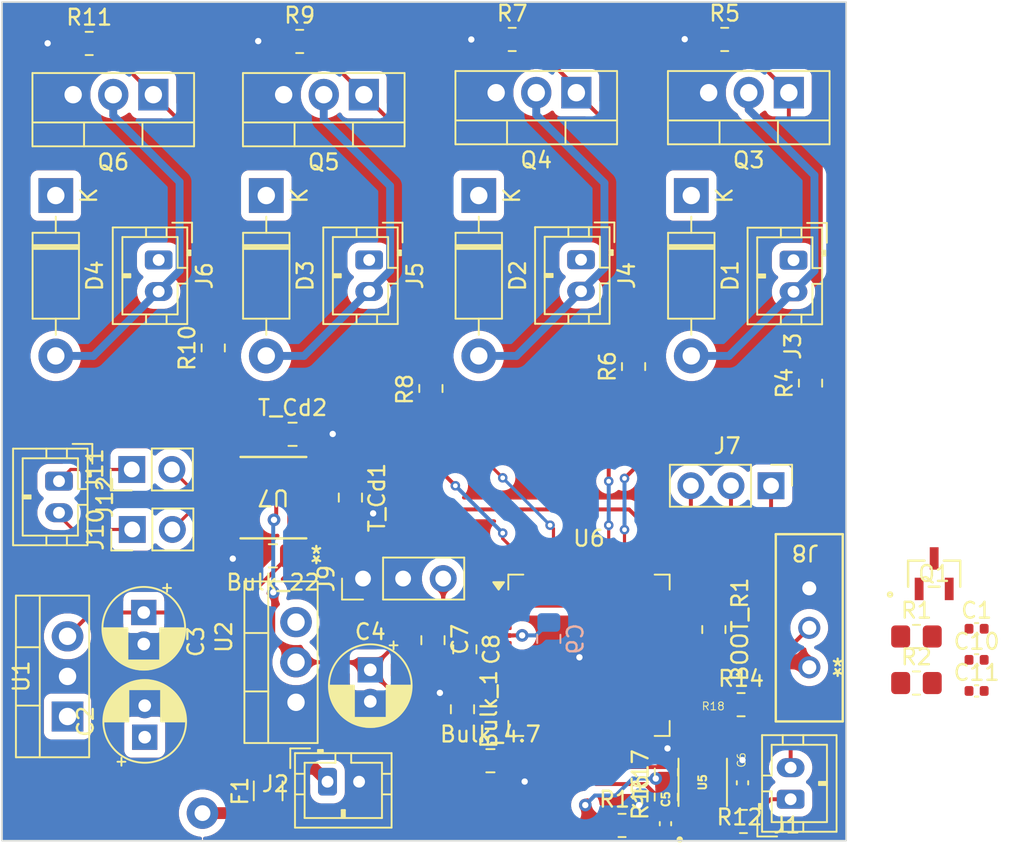
<source format=kicad_pcb>
(kicad_pcb (version 20241229) (generator "pcbnew") (generator_version "9.0")
  (layers (0 "F.Cu" signal) (4 "In1.Cu" signal) (6 "In2.Cu" signal) (2 "B.Cu" signal) (13 "F.Paste" user) (15 "B.Paste" user) (5 "F.SilkS" user "F.Silkscreen") (7 "B.SilkS" user "B.Silkscreen") (1 "F.Mask" user) (3 "B.Mask" user) (25 "Edge.Cuts" user))
  (net 0 "")
  (net 1 "GND")
  (net 2 "SLN1-")
  (net 3 "SLN2-")
  (net 4 "SLN3-")
  (net 5 "SLN4-")
  (net 6 "Net-(J8-Pin_2)")
  (net 7 "SDA")
  (net 8 "SCL")
  (net 9 "Net-(Q3-G)")
  (net 10 "Net-(Q4-G)")
  (net 11 "Net-(Q5-G)")
  (net 12 "Net-(Q6-G)")
  (net 13 "12V")
  (net 14 "S1CTRL")
  (net 15 "S2CTRL")
  (net 16 "S3CTRL")
  (net 17 "S4CTRL")
  (net 26 "SCL_ext")
  (net 27 "SDA_ext")
  (net 28 "Net-(U5-EN)")
  (net 29 "Net-(U5-READY)")
  (net 30 "/SWCLK")
  (net 31 "VBAT")
  (net 32 "+12V_fuse")
  (net 33 "/SWDIO")
  (net 34 "/NRST")
  (net 53 "FDCAN_TX")
  (net 62 "USART1+")
  (net 64 "FDCAN_RX")
  (net 77 "USART1-")
  (net 78 "5V")
  (net 79 "CAN+")
  (net 80 "CAN-")
  (net 81 "3.3V")
  (net 82 "Net-(Q1-S)")
  (net 83 "Net-(Q1-G)")
  (footprint "Resistor_SMD:R_0805_2012Metric_Pad1.20x1.40mm_HandSolder" (layer "F.Cu") (at 82.783 43.06)
    (property "Reference" "R11")
    (property "Value" "10k")
  )
  (footprint "Connector_PinHeader_2.54mm:PinHeader_1x02_P2.54mm_Vertical" (layer "F.Cu") (at 85.48 70.05 90)
    (property "Reference" "J11")
    (property "Value" "Conn_01x02")
  )
  (footprint "Connector_PinHeader_2.54mm:PinHeader_1x02_P2.54mm_Vertical" (layer "F.Cu") (at 85.51 73.85 90)
    (property "Reference" "J10")
    (property "Value" "Conn_01x02")
  )
  (footprint "Connector_JST:JST_PH_B2B-PH-K_1x02_P2.00mm_Vertical" (layer "F.Cu") (at 97.88 89.83)
    (property "Reference" "J2")
    (property "Value" "2X1")
  )
  (footprint "Package_TO_SOT_THT:TO-220-3_Vertical" (layer "F.Cu") (at 113.644 46.179 180)
    (property "Reference" "Q4")
    (property "Value" "FQP30N06L")
  )
  (footprint "Resistor_SMD:R_0805_2012Metric_Pad1.20x1.40mm_HandSolder" (layer "F.Cu") (at 90.64 62.35 90)
    (property "Reference" "R10")
    (property "Value" "330")
  )
  (footprint "Package_TO_SOT_THT:TO-220-3_Vertical" (layer "F.Cu") (at 81.41 85.7 90)
    (property "Reference" "U1")
    (property "Value" "L7805")
  )
  (footprint "Package_TO_SOT_THT:TO-220-3_Vertical" (layer "F.Cu") (at 86.847 46.306 180)
    (property "Reference" "Q6")
    (property "Value" "FQP30N06L")
  )
  (footprint "Connector_JST:JST_PH_B2B-PH-K_1x02_P2.00mm_Vertical" (layer "F.Cu") (at 113.94 56.76 -90)
    (property "Reference" "J4")
    (property "Value" "2X1")
  )
  (footprint "Package_QFP:LQFP-64_10x10mm_P0.5mm" (layer "F.Cu") (at 114.445 81.82)
    (property "Reference" "U6")
    (property "Value" "STM32G0B1RETx")
  )
  (footprint "Capacitor_SMD:C_0402_1005Metric" (layer "F.Cu") (at 139 84.08)
    (property "Reference" "C11")
    (property "Value" "4.7u")
  )
  (footprint "Diode_THT:D_DO-41_SOD81_P10.16mm_Horizontal" (layer "F.Cu") (at 94.001 52.696 -90)
    (property "Reference" "D3")
    (property "Value" "1N47xxA")
  )
  (footprint "Resistor_SMD:R_0805_2012Metric_Pad1.20x1.40mm_HandSolder" (layer "F.Cu") (at 119.34 90.805 90)
    (property "Reference" "R16")
    (property "Value" "10k")
  )
  (footprint "NTR0202PLT1G:SOT-23_ONS" (layer "F.Cu") (at 136.3122 76.6516)
    (property "Reference" "Q1")
    (property "Value" "NTR0202PLT1G")
  )
  (footprint "Package_TO_SOT_THT:TO-220-3_Vertical" (layer "F.Cu") (at 100.182 46.306 180)
    (property "Reference" "Q5")
    (property "Value" "FQP30N06L")
  )
  (footprint "Capacitor_SMD:C_0805_2012Metric_Pad1.18x1.45mm_HandSolder" (layer "F.Cu") (at 94.4213 75.52 180)
    (property "Reference" "Bulk_22")
    (property "Value" "22uF")
  )
  (footprint "Capacitor_SMD:C_0805_2012Metric_Pad1.18x1.45mm_HandSolder" (layer "F.Cu") (at 106.43 85.24 -90)
    (property "Reference" "Bulk_1")
    (property "Value" "1uF")
  )
  (footprint "Connector_JST:JST_PH_B2B-PH-K_1x02_P2.00mm_Vertical" (layer "F.Cu") (at 80.87 70.79 -90)
    (property "Reference" "J12")
    (property "Value" "2X1")
  )
  (footprint "Resistor_SMD:R_0805_2012Metric_Pad1.20x1.40mm_HandSolder" (layer "F.Cu") (at 116.54 92.6)
    (property "Reference" "R15")
    (property "Value" "10k")
  )
  (footprint "Capacitor_THT:CP_Radial_D5.0mm_P2.00mm" (layer "F.Cu") (at 100.59 82.744888 -90)
    (property "Reference" "C4")
    (property "Value" "10u")
  )
  (footprint "Connector_JST:JST_PH_B2B-PH-K_1x02_P2.00mm_Vertical" (layer "F.Cu") (at 100.52 56.776 -90)
    (property "Reference" "J5")
    (property "Value" "2X1")
  )
  (footprint "Resistor_SMD:R_0805_2012Metric_Pad1.20x1.40mm_HandSolder" (layer "F.Cu") (at 124.23 92.35 180)
    (property "Reference" "R12")
    (property "Value" "10k")
  )
  (footprint "Capacitor_SMD:C_0402_1005Metric" (layer "F.Cu") (at 139 82.11)
    (property "Reference" "C10")
    (property "Value" "4.7u")
  )
  (footprint "Diode_THT:D_DO-41_SOD81_P10.16mm_Horizontal" (layer "F.Cu") (at 107.463 52.696 -90)
    (property "Reference" "D2")
    (property "Value" "1N47xxA")
  )
  (footprint "custom_components:SOIC8_4P9X3P9MC_MCH" (layer "F.Cu") (at 94.4538 71.835 180)
    (property "Reference" "U7")
    (property "Value" "ATA6561-GAQW-N")
  )
  (footprint "custom_components:slide_switch_EGER1218_Thruster" (layer "F.Cu") (at 128.4 82.58 180)
    (property "Reference" "J8")
    (property "Value" "Conn_01x03")
  )
  (footprint "Resistor_SMD:R_0805_2012Metric_Pad1.20x1.40mm_HandSolder" (layer "F.Cu") (at 135.19 83.58)
    (property "Reference" "R2")
    (property "Value" "100")
  )
  (footprint "Resistor_SMD:R_0805_2012Metric_Pad1.20x1.40mm_HandSolder" (layer "F.Cu") (at 128.48 64.58 90)
    (property "Reference" "R4")
    (property "Value" "330")
  )
  (footprint "Connector_PinHeader_2.54mm:PinHeader_1x03_P2.54mm_Vertical" (layer "F.Cu") (at 125.98 71.08 -90)
    (property "Reference" "J7")
    (property "Value" "Conn_01x03_Pin")
  )
  (footprint "Resistor_SMD:R_0805_2012Metric_Pad1.20x1.40mm_HandSolder" (layer "F.Cu") (at 104.43 64.92 90)
    (property "Reference" "R8")
    (property "Value" "330")
  )
  (footprint "Connector_JST:JST_PH_B2B-PH-K_1x02_P2.00mm_Vertical" (layer "F.Cu") (at 127.402 56.792 -90)
    (property "Reference" "J3")
    (property "Value" "2X1")
  )
  (footprint "Connector_PinHeader_2.54mm:PinHeader_1x03_P2.54mm_Vertical" (layer "F.Cu") (at 100.13 76.96 90)
    (property "Reference" "J9")
    (property "Value" "Conn_01x03_Pin")
  )
  (footprint "Connector_JST:JST_PH_B2B-PH-K_1x02_P2.00mm_Vertical" (layer "F.Cu") (at 87.185 56.776 -90)
    (property "Reference" "J6")
    (property "Value" "2X1")
  )
  (footprint "Resistor_SMD:R_0805_2012Metric_Pad1.20x1.40mm_HandSolder" (layer "F.Cu") (at 119.35 89.225 90)
    (property "Reference" "R17")
    (property "Value" "10k")
  )
  (footprint "Package_TO_SOT_THT:TO-220-3_Vertical" (layer "F.Cu") (at 127.106 46.179 180)
    (property "Reference" "Q3")
    (property "Value" "FQP30N06L")
  )
  (footprint "Resistor_SMD:R_0805_2012Metric_Pad1.20x1.40mm_HandSolder" (layer "F.Cu") (at 123.042 42.806)
    (property "Reference" "R5")
    (property "Value" "10k")
  )
  (footprint "Diode_THT:D_DO-41_SOD81_P10.16mm_Horizontal" (layer "F.Cu") (at 80.666 52.696 -90)
    (property "Reference" "D4")
    (property "Value" "1N47xxA")
  )
  (footprint "Fuse:Fuse_1206_3216Metric" (layer "F.Cu") (at 94.12 90.41 -90)
    (property "Reference" "F1")
    (property "Value" "10A")
  )
  (footprint "Resistor_SMD:R_0805_2012Metric_Pad1.20x1.40mm_HandSolder" (layer "F.Cu") (at 135.19 80.63)
    (property "Reference" "R1")
    (property "Value" "47k")
  )
  (footprint "Resistor_SMD:R_0805_2012Metric_Pad1.20x1.40mm_HandSolder" (layer "F.Cu") (at 122.355 80.19 -90)
    (property "Reference" "BOOT_R1")
    (property "Value" "10k")
  )
  (footprint "Capacitor_SMD:C_0805_2012Metric_Pad1.18x1.45mm_HandSolder" (layer "F.Cu") (at 104.56 80.865 -90)
    (property "Reference" "C7")
    (property "Value" "100nF")
  )
  (footprint "Capacitor_SMD:C_0805_2012Metric_Pad1.18x1.45mm_HandSolder" (layer "F.Cu") (at 106.58 81.4425 -90)
    (property "Reference" "C8")
    (property "Value" "100nF")
  )
  (footprint "Capacitor_SMD:C_0805_2012Metric_Pad1.18x1.45mm_HandSolder" (layer "F.Cu") (at 95.6675 67.82)
    (property "Reference" "T_Cd2")
    (property "Value" "100nF")
  )
  (footprint "Capacitor_SMD:C_0201_0603Metric" (layer "F.Cu") (at 122.315 86.1)
    (property "Reference" "R18")
    (property "Value" "10k")
  )
  (footprint "TCA4307:SOP65P490X110-8N" (layer "F.Cu") (at 121.65 89.87 90)
    (property "Reference" "U5")
    (property "Value" "TCA4307")
  )
  (footprint "Capacitor_THT:CP_Radial_D5.0mm_P2.00mm" (layer "F.Cu") (at 86.3 87.01 90)
    (property "Reference" "C2")
    (property "Value" "10u")
  )
  (footprint "Capacitor_SMD:C_0805_2012Metric_Pad1.18x1.45mm_HandSolder" (layer "F.Cu") (at 99.33 71.83 -90)
    (property "Reference" "T_Cd1")
    (property "Value" "100nF")
  )
  (footprint "Resistor_SMD:R_0805_2012Metric_Pad1.20x1.40mm_HandSolder" (layer "F.Cu") (at 96.118 42.933)
    (property "Reference" "R9")
    (property "Value" "10k")
  )
  (footprint "Capacitor_THT:CP_Radial_D5.0mm_P2.00mm" (layer "F.Cu") (at 86.24 79.11 -90)
    (property "Reference" "C3")
    (property "Value" "10u")
  )
  (footprint "Package_TO_SOT_THT:TO-220-3_Vertical" (layer "F.Cu") (at 95.885 84.8 90)
    (property "Reference" "U2")
    (property "Value" "LD1117V33")
  )
  (footprint "Capacitor_SMD:C_0402_1005Metric" (layer "F.Cu") (at 124.17 89.9 -90)
    (property "Reference" "C6")
    (property "Value" "0.1u")
  )
  (footprint "Connector_JST:JST_PH_B2B-PH-K_1x02_P2.00mm_Vertical" (layer "F.Cu") (at 127.22 90.94 90)
    (property "Reference" "J1")
    (property "Value" "2X1")
  )
  (footprint "Capacitor_SMD:C_0402_1005Metric" (layer "F.Cu") (at 119.29 92.49 -90)
    (property "Reference" "C5")
    (property "Value" "0.1u")
  )
  (footprint "Diode_THT:D_DO-41_SOD81_P10.16mm_Horizontal" (layer "F.Cu") (at 120.925 52.696 -90)
    (property "Reference" "D1")
    (property "Value" "1N47xxA")
  )
  (footprint "Resistor_SMD:R_0805_2012Metric_Pad1.20x1.40mm_HandSolder" (layer "F.Cu") (at 124.08 84.95)
    (property "Reference" "R14")
    (property "Value" "10k")
  )
  (footprint "Resistor_SMD:R_0805_2012Metric_Pad1.20x1.40mm_HandSolder" (layer "F.Cu") (at 109.58 42.806)
    (property "Reference" "R7")
    (property "Value" "10k")
  )
  (footprint "Capacitor_SMD:C_0402_1005Metric" (layer "F.Cu") (at 139 80.14)
    (property "Reference" "C1")
    (property "Value" "4.7u")
  )
  (footprint "Capacitor_SMD:C_0805_2012Metric_Pad1.18x1.45mm_HandSolder" (layer "F.Cu") (at 108.2 88.5)
    (property "Reference" "Bulk_4.7")
    (property "Value" "4.7uF")
  )
  (footprint "Resistor_SMD:R_0805_2012Metric_Pad1.20x1.40mm_HandSolder" (layer "F.Cu") (at 117.27 63.53 90)
    (property "Reference" "R6")
    (property "Value" "330")
  )
  (footprint "Capacitor_SMD:C_0805_2012Metric_Pad1.18x1.45mm_HandSolder" (layer "B.Cu") (at 111.9 80.78 90)
    (property "Reference" "C9")
    (property "Value" "100nF")
  )
  (gr_rect (start 77.263113 40.439887) (end 130.730113 93.564887) (stroke (width 0.1)) (fill no) (layer "Edge.Cuts"))
  (segment (start 105 84.2025) (end 106.43 84.2025) (width 0.25) (layer "F.Cu") (net 1))
  (segment (start 92.06 75.52) (end 91.88 75.7) (width 0.25) (layer "F.Cu") (net 1))
  (segment (start 95.118 42.933) (end 95.102 42.949) (width 0.25) (layer "F.Cu") (net 1))
  (segment (start 106.43 84.2025) (end 106.43 82.0675) (width 0.25) (layer "F.Cu") (net 1))
  (segment (start 118.59 91.31) (end 117.62 91.31) (width 0.25) (layer "F.Cu") (net 1))
  (segment (start 108.58 42.806) (end 108.564 42.822) (width 0.25) (layer "F.Cu") (net 1))
  (segment (start 119.42 87.72) (end 120.675 87.72) (width 0.25) (layer "F.Cu") (net 1))
  (segment (start 93.513 42.933) (end 93.49 42.91) (width 0.25) (layer "F.Cu") (net 1))
  (segment (start 106.665 83.7325) (end 106.0425 83.7325) (width 0.25) (layer "F.Cu") (net 1))
  (segment (start 98.9325 72.47) (end 99.33 72.8675) (width 0.25) (layer "F.Cu") (net 1))
  (segment (start 91.99 74.1262) (end 93.3838 75.52) (width 0.25) (layer "F.Cu") (net 1))
  (segment (start 122.026 42.822) (end 122.026 46.179) (width 0.25) (layer "F.Cu") (net 1))
  (segment (start 106.595 81.9025) (end 106.63 81.8675) (width 0.25) (layer "F.Cu") (net 1))
  (segment (start 98.19 67.82) (end 98.21 67.8) (width 0.25) (layer "F.Cu") (net 1))
  (segment (start 80.16 43.06) (end 80.15 43.05) (width 0.25) (layer "F.Cu") (net 1))
  (segment (start 108.58 42.806) (end 106.994 42.806) (width 0.25) (layer "F.Cu") (net 1))
  (segment (start 106.58 82.48) (end 105.1375 82.48) (width 0.2) (layer "F.Cu") (net 1))
  (segment (start 122.042 42.806) (end 122.026 42.822) (width 0.25) (layer "F.Cu") (net 1))
  (segment (start 93.3838 75.52) (end 92.06 75.52) (width 0.25) (layer "F.Cu") (net 1))
  (segment (start 99.33 72.8675) (end 100.7325 72.8675) (width 0.25) (layer "F.Cu") (net 1))
  (segment (start 124.17 88.46) (end 124.17 89.42) (width 0.25) (layer "F.Cu") (net 1))
  (segment (start 122.042 42.806) (end 120.526 42.806) (width 0.25) (layer "F.Cu") (net 1))
  (segment (start 110.37 89.82) (end 109.2375 88.6875) (width 0.25) (layer "F.Cu") (net 1))
  (segment (start 106.43 82.0675) (end 106.63 81.8675) (width 0.25) (layer "F.Cu") (net 1))
  (segment (start 106.994 42.806) (end 106.99 42.81) (width 0.25) (layer "F.Cu") (net 1))
  (segment (start 96.9176 72.47) (end 98.9325 72.47) (width 0.25) (layer "F.Cu") (net 1))
  (segment (start 96.705 67.82) (end 98.19 67.82) (width 0.25) (layer "F.Cu") (net 1))
  (segment (start 105.1375 82.48) (end 104.56 81.9025) (width 0.2) (layer "F.Cu") (net 1))
  (segment (start 119.29 92.01) (end 118.59 91.31) (width 0.25) (layer "F.Cu") (net 1))
  (segment (start 91.99 73.74) (end 91.99 74.1262) (width 0.25) (layer "F.Cu") (net 1))
  (segment (start 95.118 42.933) (end 93.513 42.933) (width 0.25) (layer "F.Cu") (net 1))
  (segment (start 106.99 82.07) (end 106.58 82.48) (width 0.2) (layer "F.Cu") (net 1))
  (segment (start 81.783 43.06) (end 80.16 43.06) (width 0.25) (layer "F.Cu") (net 1))
  (segment (start 95.102 42.949) (end 95.102 46.306) (width 0.25) (layer "F.Cu") (net 1))
  (segment (start 108.77 82.07) (end 106.99 82.07) (width 0.2) (layer "F.Cu") (net 1))
  (segment (start 109.2375 88.6875) (end 109.2375 88.5) (width 0.25) (layer "F.Cu") (net 1))
  (segment (start 120.526 42.806) (end 120.51 42.79) (width 0.25) (layer "F.Cu") (net 1))
  (segment (start 100.7325 72.8675) (end 100.77 72.83) (width 0.25) (layer "F.Cu") (net 1))
  (segment (start 81.767 43.076) (end 81.767 46.306) (width 0.25) (layer "F.Cu") (net 1))
  (segment (start 106.63 81.8675) (end 106.8325 82.07) (width 0.25) (layer "F.Cu") (net 1))
  (segment (start 108.564 42.822) (end 108.564 46.179) (width 0.25) (layer "F.Cu") (net 1))
  (segment (start 81.783 43.06) (end 81.767 43.076) (width 0.25) (layer "F.Cu") (net 1))
  (via (at 100.77 72.83) (size 0.8) (drill 0.4) (layers "F.Cu" "B.Cu") (net 1))
  (via (at 117.62 91.31) (size 0.8) (drill 0.4) (layers "F.Cu" "B.Cu") (net 1))
  (via (at 105 84.2025) (size 0.8) (drill 0.4) (layers "F.Cu" "B.Cu") (net 1))
  (via (at 106.99 42.81) (size 0.8) (drill 0.4) (layers "F.Cu" "B.Cu") (net 1))
  (via (at 124.17 88.46) (size 0.8) (drill 0.4) (layers "F.Cu" "B.Cu") (net 1))
  (via (at 91.88 75.7) (size 0.8) (drill 0.4) (layers "F.Cu" "B.Cu") (net 1))
  (via (at 98.21 67.8) (size 0.8) (drill 0.4) (layers "F.Cu" "B.Cu") (net 1))
  (via (at 93.49 42.91) (size 0.8) (drill 0.4) (layers "F.Cu" "B.Cu") (net 1))
  (via (at 120.51 42.79) (size 0.8) (drill 0.4) (layers "F.Cu" "B.Cu") (net 1))
  (via (at 113.84 81.95) (size 0.8) (drill 0.4) (layers "F.Cu" "B.Cu") (net 1))
  (via (at 119.42 87.72) (size 0.8) (drill 0.4) (layers "F.Cu" "B.Cu") (net 1))
  (via (at 80.15 43.05) (size 0.8) (drill 0.4) (layers "F.Cu" "B.Cu") (net 1))
  (via (at 110.37 89.82) (size 0.8) (drill 0.4) (layers "F.Cu" "B.Cu") (net 1))
  (segment (start 95.932113 84.000887) (end 95.805113 83.873887) (width 0.25) (layer "B.Cu") (net 1))
  (segment (start 95.805113 83.873887) (end 95.805113 83.873887) (width 0.25) (layer "B.Cu") (net 1))
  (segment (start 113.84 81.95) (end 112.0325 81.95) (width 0.25) (layer "B.Cu") (net 1))
  (segment (start 112.0325 81.95) (end 111.9 81.8175) (width 0.25) (layer "B.Cu") (net 1))
  (segment (start 127.402 58.792) (end 127.376 58.792) (width 0.5) (layer "F.Cu") (net 2))
  (segment (start 124.566 46.179) (end 124.566 47.251) (width 0.5) (layer "F.Cu") (net 2))
  (segment (start 128.727 51.412) (end 128.727 57.467) (width 0.5) (layer "B.Cu") (net 2))
  (segment (start 124.566 47.251) (end 128.727 51.412) (width 0.5) (layer "B.Cu") (net 2))
  (segment (start 127.376 58.792) (end 123.312 62.856) (width 0.5) (layer "B.Cu") (net 2))
  (segment (start 128.727 57.467) (end 127.402 58.792) (width 0.5) (layer "B.Cu") (net 2))
  (segment (start 123.312 62.856) (end 120.925 62.856) (width 0.5) (layer "B.Cu") (net 2))
  (segment (start 113.94 58.76) (end 113.94 58.766) (width 0.5) (layer "F.Cu") (net 3))
  (segment (start 111.104 47.584) (end 115.422 51.902) (width 0.5) (layer "B.Cu") (net 3))
  (segment (start 109.85 62.856) (end 107.463 62.856) (width 0.5) (layer "B.Cu") (net 3))
  (segment (start 115.422 51.902) (end 115.422 57.278) (width 0.5) (layer "B.Cu") (net 3))
  (segment (start 113.94 58.766) (end 109.85 62.856) (width 0.5) (layer "B.Cu") (net 3))
  (segment (start 114.373113 58.600887) (end 114.389113 58.584887) (width 0.5) (layer "B.Cu") (net 3))
  (segment (start 115.422 57.278) (end 113.94 58.76) (width 0.5) (layer "B.Cu") (net 3))
  (segment (start 114.389113 58.584887) (end 114.421113 58.616887) (width 0.5) (layer "B.Cu") (net 3))
  (segment (start 111.104 46.179) (end 111.104 47.584) (width 0.5) (layer "B.Cu") (net 3))
  (segment (start 100.52 58.776) (end 100.468 58.776) (width 0.5) (layer "F.Cu") (net 4))
  (segment (start 97.642 46.306) (end 97.642 47.886) (width 0.5) (layer "B.Cu") (net 4))
  (segment (start 97.642 47.886) (end 101.845 52.089) (width 0.5) (layer "B.Cu") (net 4))
  (segment (start 96.388 62.856) (end 94.001 62.856) (width 0.5) (layer "B.Cu") (net 4))
  (segment (start 100.468 58.776) (end 96.388 62.856) (width 0.5) (layer "B.Cu") (net 4))
  (segment (start 101.845 57.451) (end 100.52 58.776) (width 0.5) (layer "B.Cu") (net 4))
  (segment (start 101.845 52.089) (end 101.845 57.451) (width 0.5) (layer "B.Cu") (net 4))
  (segment (start 87.185 58.776) (end 87.133 58.776) (width 0.5) (layer "F.Cu") (net 5))
  (segment (start 87.133 58.776) (end 83.053 62.856) (width 0.5) (layer "B.Cu") (net 5))
  (segment (start 88.51 57.451) (end 87.185 58.776) (width 0.5) (layer "B.Cu") (net 5))
  (segment (start 84.307 46.306) (end 84.307 47.632) (width 0.5) (layer "B.Cu") (net 5))
  (segment (start 83.053 62.856) (end 80.666 62.856) (width 0.5) (layer "B.Cu") (net 5))
  (segment (start 84.307 47.632) (end 88.51 51.835) (width 0.5) (layer "B.Cu") (net 5))
  (segment (start 88.51 51.835) (end 88.51 57.451) (width 0.5) (layer "B.Cu") (net 5))
  (segment (start 128.4 80.08) (end 127.29 81.19) (width 0.25) (layer "F.Cu") (net 6))
  (segment (start 127.29 81.19) (end 122.355 81.19) (width 0.25) (layer "F.Cu") (net 6))
  (segment (start 120.94764 90.87) (end 119.790226 90.87) (width 0.25) (layer "F.Cu") (net 7))
  (segment (start 117.999774 89.98) (end 114.90219 89.98) (width 0.25) (layer "F.Cu") (net 7))
  (segment (start 121.325 92.02) (end 121.325 91.24736) (width 0.25) (layer "F.Cu") (net 7))
  (segment (start 113.695 88.77281) (end 113.695 87.495) (width 0.25) (layer "F.Cu") (net 7))
  (segment (start 121.325 91.24736) (end 120.94764 90.87) (width 0.25) (layer "F.Cu") (net 7))
  (segment (start 119.535226 91.125) (end 119.34 91.125) (width 0.25) (layer "F.Cu") (net 7))
  (segment (start 119.34 91.125) (end 119.144774 91.125) (width 0.25) (layer "F.Cu") (net 7))
  (segment (start 119.790226 90.87) (end 119.535226 91.125) (width 0.25) (layer "F.Cu") (net 7))
  (segment (start 119.144774 91.125) (end 117.999774 89.98) (width 0.25) (layer "F.Cu") (net 7))
  (segment (start 114.90219 89.98) (end 113.695 88.77281) (width 0.25) (layer "F.Cu") (net 7))
  (segment (start 121.325 87.72) (end 121.325 88.49264) (width 0.25) (layer "F.Cu") (net 8))
  (segment (start 114.195 88.47) (end 114.195 87.495) (width 0.25) (layer "F.Cu") (net 8))
  (segment (start 120.91264 88.905) (end 119.35 88.905) (width 0.25) (layer "F.Cu") (net 8))
  (segment (start 119.35 88.905) (end 114.63 88.905) (width 0.25) (layer "F.Cu") (net 8))
  (segment (start 114.63 88.905) (end 114.195 88.47) (width 0.25) (layer "F.Cu") (net 8))
  (segment (start 121.325 88.49264) (end 120.91264 88.905) (width 0.25) (layer "F.Cu") (net 8))
  (segment (start 127.106 47.806) (end 127.106 46.179) (width 0.25) (layer "F.Cu") (net 9))
  (segment (start 128.48 63.58) (end 129.88 62.18) (width 0.2) (layer "F.Cu") (net 9))
  (segment (start 129.88 50.58) (end 127.106 47.806) (width 0.25) (layer "F.Cu") (net 9))
  (segment (start 124.042 43.115) (end 127.106 46.179) (width 0.25) (layer "F.Cu") (net 9))
  (segment (start 129.88 62.18) (end 129.88 62.08) (width 0.2) (layer "F.Cu") (net 9))
  (segment (start 129.88 50.58) (end 129.88 62.08) (width 0.25) (layer "F.Cu") (net 9))
  (segment (start 124.042 42.806) (end 124.042 43.115) (width 0.25) (layer "F.Cu") (net 9))
  (segment (start 117.27 49.805) (end 117.27 62.53) (width 0.25) (layer "F.Cu") (net 10))
  (segment (start 110.58 42.806) (end 113.644 45.87) (width 0.25) (layer "F.Cu") (net 10))
  (segment (start 113.644 46.179) (end 117.27 49.805) (width 0.25) (layer "F.Cu") (net 10))
  (segment (start 113.644 45.87) (end 113.644 46.179) (width 0.25) (layer "F.Cu") (net 10))
  (segment (start 104.43 50.554) (end 100.182 46.306) (width 0.25) (layer "F.Cu") (net 11))
  (segment (start 97.118 42.933) (end 97.118 43.242) (width 0.25) (layer "F.Cu") (net 11))
  (segment (start 97.118 43.242) (end 100.182 46.306) (width 0.25) (layer "F.Cu") (net 11))
  (segment (start 104.43 63.92) (end 104.43 50.554) (width 0.25) (layer "F.Cu") (net 11))
  (segment (start 90.64 50.099) (end 86.847 46.306) (width 0.25) (layer "F.Cu") (net 12))
  (segment (start 90.64 61.35) (end 90.64 50.099) (width 0.25) (layer "F.Cu") (net 12))
  (segment (start 83.783 43.242) (end 86.847 46.306) (width 0.25) (layer "F.Cu") (net 12))
  (segment (start 83.783 43.06) (end 83.783 43.242) (width 0.25) (layer "F.Cu") (net 12))
  (segment (start 121.56 65.75) (end 125.99 65.81) (width 0.25) (layer "F.Cu") (net 14))
  (segment (start 126.22 65.58) (end 125.99 65.81) (width 0.2) (layer "F.Cu") (net 14))
  (segment (start 116.695 76.145) (end 116.695 73.865) (width 0.2) (layer "F.Cu") (net 14))
  (segment (start 116.695 70.615) (end 121.56 65.75) (width 0.25) (layer "F.Cu") (net 14))
  (segment (start 128.48 65.58) (end 126.22 65.58) (width 0.2) (layer "F.Cu") (net 14))
  (via (at 116.695 73.865) (size 0.6) (drill 0.3) (layers "F.Cu" "B.Cu") (net 14))
  (via (at 116.695 70.615) (size 0.6) (drill 0.3) (layers "F.Cu" "B.Cu") (net 14))
  (segment (start 116.695 70.615) (end 116.695 73.865) (width 0.25) (layer "B.Cu") (net 14))
  (segment (start 115.695 66.105) (end 115.695 70.795) (width 0.25) (layer "F.Cu") (net 15))
  (segment (start 115.695 66.105) (end 117.27 64.53) (width 0.25) (layer "F.Cu") (net 15))
  (segment (start 115.695 76.145) (end 115.695 73.58) (width 0.2) (layer "F.Cu") (net 15))
  (via (at 115.695 70.795) (size 0.6) (drill 0.3) (layers "F.Cu" "B.Cu") (net 15))
  (via (at 115.695 73.58) (size 0.6) (drill 0.3) (layers "F.Cu" "B.Cu") (net 15))
  (segment (start 115.695 73.58) (end 115.695 73.795) (width 0.25) (layer "B.Cu") (net 15))
  (segment (start 115.695 70.795) (end 115.695 73.58) (width 0.25) (layer "B.Cu") (net 15))
  (segment (start 112.195 73.795) (end 111.98 73.58) (width 0.2) (layer "F.Cu") (net 16))
  (segment (start 104.43 65.92) (end 104.43 66.03) (width 0.2) (layer "F.Cu") (net 16))
  (segment (start 104.43 66.03) (end 108.98 70.58) (width 0.2) (layer "F.Cu") (net 16))
  (segment (start 112.195 76.145) (end 112.195 73.795) (width 0.2) (layer "F.Cu") (net 16))
  (via (at 108.98 70.58) (size 0.6) (drill 0.3) (layers "F.Cu" "B.Cu") (net 16))
  (via (at 111.98 73.58) (size 0.6) (drill 0.3) (layers "F.Cu" "B.Cu") (net 16))
  (segment (start 111.48 73.08) (end 111.98 73.58) (width 0.2) (layer "B.Cu") (net 16))
  (segment (start 108.98 70.58) (end 111.48 73.08) (width 0.2) (layer "B.Cu") (net 16))
  (segment (start 108.98 74.43) (end 108.98 74.08) (width 0.2) (layer "F.Cu") (net 17))
  (segment (start 92.83 65.41) (end 100 65.41) (width 0.25) (layer "F.Cu") (net 17))
  (segment (start 100.31 65.41) (end 105.98 71.08) (width 0.25) (layer "F.Cu") (net 17))
  (segment (start 90.64 63.35) (end 92.7 65.41) (width 0.25) (layer "F.Cu") (net 17))
  (segment (start 110.719 76.129) (end 110.719 76.28) (width 0.25) (layer "F.Cu") (net 17))
  (segment (start 110.695 76.145) (end 108.98 74.43) (width 0.2) (layer "F.Cu") (net 17))
  (segment (start 92.7 65.41) (end 92.83 65.41) (width 0.25) (layer "F.Cu") (net 17))
  (segment (start 100 65.41) (end 100.31 65.41) (width 0.25) (layer "F.Cu") (net 17))
  (via (at 108.98 74.08) (size 0.6) (drill 0.3) (layers "F.Cu" "B.Cu") (net 17))
  (via (at 105.98 71.08) (size 0.6) (drill 0.3) (layers "F.Cu" "B.Cu") (net 17))
  (segment (start 105.98 71.08) (end 108.98 74.08) (width 0.25) (layer "B.Cu") (net 17))
  (segment (start 123.191 88.294001) (end 123.191 88.57664) (width 0.25) (layer "F.Cu") (net 26))
  (segment (start 122.96764 88.8) (end 122.28236 88.8) (width 0.25) (layer "F.Cu") (net 26))
  (segment (start 124.4 87.085001) (end 124.4 84.95) (width 0.25) (layer "F.Cu") (net 26))
  (segment (start 127.22 87.77) (end 124.4 84.95) (width 0.25) (layer "F.Cu") (net 26))
  (segment (start 127.22 88.94) (end 127.22 87.77) (width 0.25) (layer "F.Cu") (net 26))
  (segment (start 121.975 88.49264) (end 121.975 87.72) (width 0.25) (layer "F.Cu") (net 26))
  (segment (start 122.28236 88.8) (end 121.975 88.49264) (width 0.25) (layer "F.Cu") (net 26))
  (segment (start 121.975 87.72) (end 121.975 86.94736) (width 0.25) (layer "F.Cu") (net 26))
  (segment (start 123.191 88.294001) (end 124.4 87.085001) (width 0.25) (layer "F.Cu") (net 26))
  (segment (start 123.191 88.57664) (end 122.96764 88.8) (width 0.25) (layer "F.Cu") (net 26))
  (segment (start 124.018999 93.081) (end 122.26336 93.081) (width 0.25) (layer "F.Cu") (net 27))
  (segment (start 124.55 92.549999) (end 124.018999 93.081) (width 0.25) (layer "F.Cu") (net 27))
  (segment (start 127.22 90.94) (end 125.96 90.94) (width 0.25) (layer "F.Cu") (net 27))
  (segment (start 122.26336 93.081) (end 121.975 92.79264) (width 0.25) (layer "F.Cu") (net 27))
  (segment (start 126.95 90.99) (end 127.01 90.93) (width 0.25) (layer "F.Cu") (net 27))
  (segment (start 121.975 92.79264) (end 121.975 92.02) (width 0.25) (layer "F.Cu") (net 27))
  (segment (start 124.55 92.35) (end 124.55 92.549999) (width 0.25) (layer "F.Cu") (net 27))
  (segment (start 125.96 90.94) (end 124.55 92.35) (width 0.25) (layer "F.Cu") (net 27))
  (segment (start 119.29 92.97) (end 119.725 92.97) (width 0.25) (layer "F.Cu") (net 28))
  (segment (start 119.29 92.97) (end 117.91 92.97) (width 0.25) (layer "F.Cu") (net 28))
  (segment (start 119.725 92.97) (end 120.675 92.02) (width 0.25) (layer "F.Cu") (net 28))
  (segment (start 118.01 92.97) (end 117.85 92.81) (width 0.25) (layer "F.Cu") (net 28))
  (segment (start 117.91 92.97) (end 117.54 92.6) (width 0.25) (layer "F.Cu") (net 28))
  (segment (start 122.635 87.71) (end 122.625 87.72) (width 0.25) (layer "F.Cu") (net 29))
  (segment (start 122.635 86.1) (end 122.635 87.71) (width 0.25) (layer "F.Cu") (net 29))
  (segment (start 124.98 73.58) (end 125.98 72.58) (width 0.25) (layer "F.Cu") (net 30))
  (segment (start 122.355 79.19) (end 124.98 76.565) (width 0.25) (layer "F.Cu") (net 30))
  (segment (start 122.235 79.07) (end 120.12 79.07) (width 0.25) (layer "F.Cu") (net 30))
  (segment (start 125.98 72.58) (end 125.98 71.08) (width 0.25) (layer "F.Cu") (net 30))
  (segment (start 124.98 76.565) (end 124.98 73.58) (width 0.25) (layer "F.Cu") (net 30))
  (segment (start 122.355 79.19) (end 122.235 79.07) (width 0.25) (layer "F.Cu") (net 30))
  (segment (start 109.614178 80.57) (end 108.77 80.57) (width 0.25) (layer "F.Cu") (net 31))
  (segment (start 109.624178 80.56) (end 109.614178 80.57) (width 0.25) (layer "F.Cu") (net 31))
  (segment (start 110.21 80.56) (end 109.624178 80.56) (width 0.25) (layer "F.Cu") (net 31))
  (via (at 110.21 80.56) (size 0.8) (drill 0.4) (layers "F.Cu" "B.Cu") (net 31))
  (segment (start 111.0825 80.56) (end 111.9 79.7425) (width 0.25) (layer "B.Cu") (net 31))
  (segment (start 111.925 79.42) (end 111.93 79.415) (width 0.25) (layer "B.Cu") (net 31))
  (segment (start 110.21 80.56) (end 111.0825 80.56) (width 0.25) (layer "B.Cu") (net 31))
  (segment (start 97.06 89.01) (end 94.12 89.01) (width 0.75) (layer "F.Cu") (net 32))
  (segment (start 97.88 89.83) (end 97.06 89.01) (width 0.75) (layer "F.Cu") (net 32))
  (segment (start 123.44 72.95) (end 123.44 71.08) (width 0.25) (layer "F.Cu") (net 33))
  (segment (start 119.275822 79.57) (end 120.12 79.57) (width 0.25) (layer "F.Cu") (net 33))
  (segment (start 119.019 77.371) (end 119.019 79.313178) (width 0.25) (layer "F.Cu") (net 33))
  (segment (start 119.019 79.313178) (end 119.275822 79.57) (width 0.25) (layer "F.Cu") (net 33))
  (segment (start 119.019 77.371) (end 123.44 72.95) (width 0.25) (layer "F.Cu") (net 33))
  (segment (start 118.568 79.432) (end 118.568 77.18419) (width 0.25) (layer "F.Cu") (net 34))
  (segment (start 120.9 74.16) (end 120.9 71.08) (width 0.25) (layer "F.Cu") (net 34))
  (segment (start 118.74 77.01219) (end 118.74 76.32) (width 0.25) (layer "F.Cu") (net 34))
  (segment (start 108.77 83.57) (end 114.43 83.57) (width 0.25) (layer "F.Cu") (net 34))
  (segment (start 118.568 77.18419) (end 118.74 77.01219) (width 0.25) (layer "F.Cu") (net 34))
  (segment (start 118.74 76.32) (end 120.9 74.16) (width 0.25) (layer "F.Cu") (net 34))
  (segment (start 114.43 83.57) (end 118.568 79.432) (width 0.25) (layer "F.Cu") (net 34))
  (segment (start 98.4676 75.29) (end 107.34 75.29) (width 0.25) (layer "F.Cu") (net 53))
  (segment (start 96.9176 73.74) (end 98.4676 75.29) (width 0.25) (layer "F.Cu") (net 53))
  (segment (start 110.73 78.68) (end 116.44 78.68) (width 0.25) (layer "F.Cu") (net 53))
  (segment (start 116.44 78.68) (end 117.195 77.925) (width 0.25) (layer "F.Cu") (net 53))
  (segment (start 107.34 75.29) (end 110.73 78.68) (width 0.25) (layer "F.Cu") (net 53))
  (segment (start 117.195 77.925) (end 117.195 76.145) (width 0.25) (layer "F.Cu") (net 53))
  (segment (start 116.98 72.58) (end 117.695 73.295) (width 0.25) (layer "F.Cu") (net 64))
  (segment (start 97.2576 69.59) (end 102.73 69.59) (width 0.25) (layer "F.Cu") (net 64))
  (segment (start 117.695 73.295) (end 117.695 76.145) (width 0.25) (layer "F.Cu") (net 64))
  (segment (start 105.72 72.58) (end 116.98 72.58) (width 0.25) (layer "F.Cu") (net 64))
  (segment (start 96.9176 69.93) (end 97.52 69.93) (width 0.25) (layer "F.Cu") (net 64))
  (segment (start 102.73 69.59) (end 105.72 72.58) (width 0.25) (layer "F.Cu") (net 64))
  (segment (start 96.9176 69.93) (end 97.2576 69.59) (width 0.25) (layer "F.Cu") (net 64))
  (segment (start 95.4588 75.52) (end 95.4588 71.952801) (width 0.25) (layer "F.Cu") (net 78))
  (segment (start 82.92 79.11) (end 81.41 80.62) (width 0.25) (layer "F.Cu") (net 78))
  (segment (start 91.8688 79.11) (end 95.4588 75.52) (width 0.25) (layer "F.Cu") (net 78))
  (segment (start 86.24 79.11) (end 82.92 79.11) (width 0.25) (layer "F.Cu") (net 78))
  (segment (start 97.3251 70.7925) (end 96.9176 71.2) (width 0.25) (layer "F.Cu") (net 78))
  (segment (start 96.211601 71.2) (end 96.9176 71.2) (width 0.25) (layer "F.Cu") (net 78))
  (segment (start 99.33 70.7925) (end 97.3251 70.7925) (width 0.25) (layer "F.Cu") (net 78))
  (segment (start 86.24 79.11) (end 91.8688 79.11) (width 0.25) (layer "F.Cu") (net 78))
  (segment (start 95.4588 71.952801) (end 96.211601 71.2) (width 0.25) (layer "F.Cu") (net 78))
  (segment (start 80.87 72.97) (end 81.75 73.85) (width 0.2) (layer "F.Cu") (net 79))
  (segment (start 80.87 72.79) (end 80.87 72.97) (width 0.2) (layer "F.Cu") (net 79))
  (segment (start 81.75 73.85) (end 85.51 73.85) (width 0.2) (layer "F.Cu") (net 79))
  (segment (start 89.43 72.47) (end 88.05 73.85) (width 0.2) (layer "F.Cu") (net 79))
  (segment (start 91.99 72.47) (end 89.43 72.47) (width 0.2) (layer "F.Cu") (net 79))
  (segment (start 85.48 70.05) (end 81.61 70.05) (width 0.2) (layer "F.Cu") (net 80))
  (segment (start 81.61 70.05) (end 80.87 70.79) (width 0.2) (layer "F.Cu") (net 80))
  (segment (start 89.17 71.2) (end 88.02 70.05) (width 0.2) (layer "F.Cu") (net 80))
  (segment (start 91.99 71.2) (end 89.17 71.2) (width 0.2) (layer "F.Cu") (net 80))
  (segment (start 94.1 67.82) (end 91.99 69.93) (width 0.25) (layer "F.Cu") (net 81))
  (segment (start 106.58 80.405) (end 105.1375 80.405) (width 0.25) (layer "F.Cu") (net 81))
  (segment (start 122.945001 84.95) (end 121.995 85.900001) (width 0.25) (layer "F.Cu") (net 81))
  (segment (start 118.760078 89.545) (end 118.675078 89.63) (width 0.25) (layer "F.Cu") (net 81))
  (segment (start 94.63 67.82) (end 94.1 67.82) (width 0.25) (layer "F.Cu") (net 81))
  (segment (start 123.91 90.64) (end 124.17 90.38) (width 0.25) (layer "F.Cu") (net 81))
  (segment (start 111.2625 92.6) (end 107.1625 88.5) (width 0.25) (layer "F.Cu") (net 81))
  (segment (start 94.63 73.1) (end 94.49 73.24) (width 0.25) (layer "F.Cu") (net 81))
  (segment (start 106.43 87.7675) (end 107.1625 88.5) (width 0.25) (layer "F.Cu") (net 81))
  (segment (start 106.595 79.8275) (end 106.63 79.7925) (width 0.25) (layer "F.Cu") (net 81))
  (segment (start 95.885 82.26) (end 94.44 80.815) (width 0.25) (layer "F.Cu") (net 81))
  (segment (start 123.58 92.02) (end 123.91 92.35) (width 0.25) (layer "F.Cu") (net 81))
  (segment (start 107.245 81.07) (end 106.58 80.405) (width 0.25) (layer "F.Cu") (net 81))
  (segment (start 119.406 90.419) (end 121.79664 90.419) (width 0.25) (layer "F.Cu") (net 81))
  (segment (start 105.21 76.96) (end 105.21 79.1775) (width 0.25) (layer "F.Cu") (net 81))
  (segment (start 128.4 82.58) (end 125.930001 82.58) (width 0.25) (layer "F.Cu") (net 81))
  (segment (start 106.43 86.2775) (end 104.122612 86.2775) (width 0.25) (layer "F.Cu") (net 81))
  (segment (start 115.54 92.6) (end 111.2625 92.6) (width 0.25) (layer "F.Cu") (net 81))
  (segment (start 95.885 82.26) (end 100.105112 82.26) (width 0.25) (layer "F.Cu") (net 81))
  (segment (start 103.724888 79.61) (end 104.3425 79.61) (width 0.25) (layer "F.Cu") (net 81))
  (segment (start 100.105112 82.26) (end 100.59 82.744888) (width 0.25) (layer "F.Cu") (net 81))
  (segment (start 121.995 85.900001) (end 121.995 86.1) (width 0.25) (layer "F.Cu") (net 81))
  (segment (start 105.1375 80.405) (end 104.56 79.8275) (width 0.25) (layer "F.Cu") (net 81))
  (segment (start 123.76 84.750001) (end 123.76 84.95) (width 0.25) (layer "F.Cu") (net 81))
  (segment (start 104.122612 86.2775) (end 100.59 82.744888) (width 0.25) (layer "F.Cu") (net 81))
  (segment (start 108.77 81.07) (end 107.245 81.07) (width 0.25) (layer "F.Cu") (net 81))
  (segment (start 94.63 67.82) (end 94.63 73.1) (width 0.25) (layer "F.Cu") (net 81))
  (segment (start 104.3425 79.61) (end 104.56 79.8275) (width 0.25) (layer "F.Cu") (net 81))
  (segment (start 123.76 84.95) (end 122.945001 84.95) (width 0.25) (layer "F.Cu") (net 81))
  (segment (start 121.8175 86.2775) (end 121.995 86.1) (width 0.25) (layer "F.Cu") (net 81))
  (segment (start 119.34 90.485) (end 119.34 89.555) (width 0.25) (layer "F.Cu") (net 81))
  (segment (start 123.91 92.35) (end 123.91 90.64) (width 0.25) (layer "F.Cu") (net 81))
  (segment (start 125.930001 82.58) (end 123.76 84.750001) (width 0.25) (layer "F.Cu") (net 81))
  (segment (start 119.34 89.555) (end 119.35 89.545) (width 0.25) (layer "F.Cu") (net 81))
  (segment (start 114.21 91.31) (end 114.25 91.31) (width 0.25) (layer "F.Cu") (net 81))
  (segment (start 121.79664 90.419) (end 122.625 91.24736) (width 0.25) (layer "F.Cu") (net 81))
  (segment (start 114.25 91.31) (end 115.54 92.6) (width 0.25) (layer "F.Cu") (net 81))
  (segment (start 106.43 86.2775) (end 121.8175 86.2775) (width 0.25) (layer "F.Cu") (net 81))
  (segment (start 122.625 92.02) (end 123.58 92.02) (width 0.25) (layer "F.Cu") (net 81))
  (segment (start 108.77 81.07) (end 108.77 81.57) (width 0.25) (layer "F.Cu") (net 81))
  (segment (start 122.625 91.24736) (end 122.625 92.02) (width 0.25) (layer "F.Cu") (net 81))
  (segment (start 94.44 80.815) (end 94.44 77.83) (width 0.25) (layer "F.Cu") (net 81))
  (segment (start 106.43 86.2775) (end 106.43 87.7675) (width 0.25) (layer "F.Cu") (net 81))
  (segment (start 100.59 82.744888) (end 103.724888 79.61) (width 0.25) (layer "F.Cu") (net 81))
  (segment (start 119.35 89.545) (end 118.760078 89.545) (width 0.25) (layer "F.Cu") (net 81))
  (segment (start 105.21 79.1775) (end 104.56 79.8275) (width 0.25) (layer "F.Cu") (net 81))
  (via (at 118.675078 89.63) (size 0.8) (drill 0.4) (layers "F.Cu" "B.Cu") (net 81))
  (via (at 94.44 77.83) (size 0.8) (drill 0.4) (layers "F.Cu" "B.Cu") (net 81))
  (via (at 114.21 91.31) (size 0.8) (drill 0.4) (layers "F.Cu" "B.Cu") (net 81))
  (via (at 94.49 73.24) (size 0.8) (drill 0.4) (layers "F.Cu" "B.Cu") (net 81))
  (segment (start 116.14 90.705) (end 117.215 89.63) (width 0.25) (layer "B.Cu") (net 81))
  (segment (start 94.44 73.29) (end 94.49 73.24) (width 0.25) (layer "B.Cu") (net 81))
  (segment (start 114.815 90.705) (end 116.14 90.705) (width 0.25) (layer "B.Cu") (net 81))
  (segment (start 114.21 91.31) (end 114.815 90.705) (width 0.25) (layer "B.Cu") (net 81))
  (segment (start 94.44 77.83) (end 94.44 73.29) (width 0.25) (layer "B.Cu") (net 81))
  (segment (start 117.215 89.63) (end 118.675078 89.63) (width 0.25) (layer "B.Cu") (net 81))
  (segment (start 91.85 91.81) (end 91.84 91.82) (width 0.25) (layer "F.Cu") (net 82))
  (segment (start 94.12 91.81) (end 91.85 91.81) (width 0.75) (layer "F.Cu") (net 82))
  (segment (start 91.84 91.82) (end 89.96 91.82) (width 0.75) (layer "F.Cu") (net 82))
  (via (at 89.96 91.82) (size 2) (drill 1) (layers "F.Cu" "B.Cu") (net 82))
  (zone (net 81) (net_name "3.3V") (layer "F.Cu") (priority 1) (connect_pads yes (clearance 0.5)) (min_thickness 0.25) (fill yes (thermal_gap 0.5) (thermal_bridge_width 0.5))
    (polygon (pts (xy 93.939997 76.999088) (xy 126.1 77.35) (xy 130.39 82.77) (xy 130.61 93.41) (xy 94.430086 93.122042)))
  )
  (zone (net 1) (net_name "GND") (layer "F.Cu") (priority 4) (connect_pads yes (clearance 0.5)) (min_thickness 0.25) (fill yes (thermal_gap 0.5) (thermal_bridge_width 0.5))
    (polygon (pts (xy 77.263113 40.439887) (xy 130.730113 40.439887) (xy 130.730113 93.564887) (xy 77.263113 93.564887)))
  )
  (zone (net 1) (net_name "GND") (layer "B.Cu") (priority 5) (connect_pads yes (clearance 0.5)) (min_thickness 0.25) (fill yes (thermal_gap 0.5) (thermal_bridge_width 0.5))
    (polygon (pts (xy 77.263113 40.439887) (xy 130.730113 40.439887) (xy 130.730113 93.564887) (xy 77.263113 93.564887)))
  )
)
</source>
